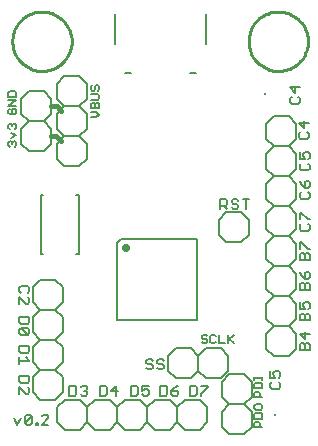
<source format=gto>
G75*
G70*
%OFA0B0*%
%FSLAX24Y24*%
%IPPOS*%
%LPD*%
%AMOC8*
5,1,8,0,0,1.08239X$1,22.5*
%
%ADD10C,0.0060*%
%ADD11C,0.0050*%
%ADD12C,0.0100*%
%ADD13C,0.0160*%
%ADD14C,0.0070*%
%ADD15C,0.0283*%
%ADD16R,0.0079X0.0079*%
D10*
X001041Y000787D02*
X000927Y001014D01*
X001154Y001014D02*
X001041Y000787D01*
X001295Y000844D02*
X001295Y001071D01*
X001352Y001127D01*
X001466Y001127D01*
X001522Y001071D01*
X001295Y000844D01*
X001352Y000787D01*
X001466Y000787D01*
X001522Y000844D01*
X001522Y001071D01*
X001664Y000844D02*
X001720Y000844D01*
X001720Y000787D01*
X001664Y000787D01*
X001664Y000844D01*
X001848Y000787D02*
X002075Y001014D01*
X002075Y001071D01*
X002018Y001127D01*
X001905Y001127D01*
X001848Y001071D01*
X001848Y000787D02*
X002075Y000787D01*
X002374Y000881D02*
X002624Y000631D01*
X003124Y000631D01*
X003374Y000881D01*
X003624Y000631D01*
X004124Y000631D01*
X004374Y000881D01*
X004374Y001381D01*
X004124Y001631D01*
X003624Y001631D01*
X003374Y001381D01*
X003374Y000881D01*
X003374Y001381D02*
X003124Y001631D01*
X002624Y001631D01*
X002374Y001381D01*
X002374Y000881D01*
X002309Y001631D02*
X001809Y001631D01*
X001559Y001881D01*
X001559Y002381D01*
X001809Y002631D01*
X001559Y002881D01*
X001559Y003381D01*
X001809Y003631D01*
X001559Y003881D01*
X001559Y004381D01*
X001809Y004631D01*
X001559Y004881D01*
X001559Y005381D01*
X001809Y005631D01*
X002309Y005631D01*
X002559Y005381D01*
X002559Y004881D01*
X002309Y004631D01*
X002559Y004381D01*
X002559Y003881D01*
X002309Y003631D01*
X001809Y003631D01*
X001445Y003850D02*
X001388Y003793D01*
X001161Y004020D01*
X001104Y003963D01*
X001104Y003850D01*
X001161Y003793D01*
X001388Y003793D01*
X001445Y003850D02*
X001445Y003963D01*
X001388Y004020D01*
X001161Y004020D01*
X001161Y004162D02*
X001104Y004218D01*
X001104Y004388D01*
X001445Y004388D01*
X001445Y004218D01*
X001388Y004162D01*
X001161Y004162D01*
X001104Y004817D02*
X001104Y005044D01*
X001331Y004817D01*
X001388Y004817D01*
X001445Y004874D01*
X001445Y004987D01*
X001388Y005044D01*
X001388Y005185D02*
X001445Y005242D01*
X001445Y005355D01*
X001388Y005412D01*
X001161Y005412D01*
X001104Y005355D01*
X001104Y005242D01*
X001161Y005185D01*
X001809Y004631D02*
X002309Y004631D01*
X002309Y003631D02*
X002559Y003381D01*
X002559Y002881D01*
X002309Y002631D01*
X002559Y002381D01*
X002559Y001881D01*
X002309Y001631D01*
X002778Y001752D02*
X002778Y002092D01*
X002948Y002092D01*
X003004Y002035D01*
X003004Y001808D01*
X002948Y001752D01*
X002778Y001752D01*
X003146Y001808D02*
X003203Y001752D01*
X003316Y001752D01*
X003373Y001808D01*
X003373Y001865D01*
X003316Y001922D01*
X003259Y001922D01*
X003316Y001922D02*
X003373Y001978D01*
X003373Y002035D01*
X003316Y002092D01*
X003203Y002092D01*
X003146Y002035D01*
X003801Y002092D02*
X003801Y001752D01*
X003971Y001752D01*
X004028Y001808D01*
X004028Y002035D01*
X003971Y002092D01*
X003801Y002092D01*
X004169Y001922D02*
X004396Y001922D01*
X004340Y002092D02*
X004169Y001922D01*
X004340Y001752D02*
X004340Y002092D01*
X004624Y001631D02*
X005124Y001631D01*
X005374Y001381D01*
X005624Y001631D01*
X006124Y001631D01*
X006374Y001381D01*
X006624Y001631D01*
X007124Y001631D01*
X007374Y001381D01*
X007374Y000881D01*
X007124Y000631D01*
X006624Y000631D01*
X006374Y000881D01*
X006124Y000631D01*
X005624Y000631D01*
X005374Y000881D01*
X005124Y000631D01*
X004624Y000631D01*
X004374Y000881D01*
X004374Y001381D02*
X004624Y001631D01*
X004825Y001752D02*
X004995Y001752D01*
X005052Y001808D01*
X005052Y002035D01*
X004995Y002092D01*
X004825Y002092D01*
X004825Y001752D01*
X005193Y001808D02*
X005250Y001752D01*
X005363Y001752D01*
X005420Y001808D01*
X005420Y001922D01*
X005363Y001978D01*
X005307Y001978D01*
X005193Y001922D01*
X005193Y002092D01*
X005420Y002092D01*
X005809Y002092D02*
X005809Y001752D01*
X005979Y001752D01*
X006036Y001808D01*
X006036Y002035D01*
X005979Y002092D01*
X005809Y002092D01*
X006177Y001922D02*
X006177Y001808D01*
X006234Y001752D01*
X006347Y001752D01*
X006404Y001808D01*
X006404Y001865D01*
X006347Y001922D01*
X006177Y001922D01*
X006291Y002035D01*
X006404Y002092D01*
X006328Y002344D02*
X006078Y002594D01*
X006078Y003094D01*
X006328Y003344D01*
X006828Y003344D01*
X007078Y003094D01*
X007328Y003344D01*
X007828Y003344D01*
X008078Y003094D01*
X008078Y002594D01*
X007828Y002344D01*
X007328Y002344D01*
X007078Y002594D01*
X006828Y002344D01*
X006328Y002344D01*
X005932Y002694D02*
X005932Y002751D01*
X005875Y002808D01*
X005762Y002808D01*
X005705Y002864D01*
X005705Y002921D01*
X005762Y002978D01*
X005875Y002978D01*
X005932Y002921D01*
X005932Y002694D02*
X005875Y002637D01*
X005762Y002637D01*
X005705Y002694D01*
X005563Y002694D02*
X005563Y002751D01*
X005507Y002808D01*
X005393Y002808D01*
X005337Y002864D01*
X005337Y002921D01*
X005393Y002978D01*
X005507Y002978D01*
X005563Y002921D01*
X005563Y002694D02*
X005507Y002637D01*
X005393Y002637D01*
X005337Y002694D01*
X005374Y001381D02*
X005374Y000881D01*
X006374Y000881D02*
X006374Y001381D01*
X006793Y001752D02*
X006963Y001752D01*
X007020Y001808D01*
X007020Y002035D01*
X006963Y002092D01*
X006793Y002092D01*
X006793Y001752D01*
X007162Y001752D02*
X007162Y001808D01*
X007388Y002035D01*
X007388Y002092D01*
X007162Y002092D01*
X007078Y002594D02*
X007078Y003094D01*
X007858Y002216D02*
X008108Y002466D01*
X008608Y002466D01*
X008858Y002216D01*
X008858Y001716D01*
X008608Y001466D01*
X008858Y001216D01*
X008858Y000716D01*
X008608Y000466D01*
X008108Y000466D01*
X007858Y000716D01*
X007858Y001216D01*
X008108Y001466D01*
X007858Y001716D01*
X007858Y002216D01*
X008108Y001466D02*
X008608Y001466D01*
X009464Y002044D02*
X009521Y001988D01*
X009747Y001988D01*
X009804Y002044D01*
X009804Y002158D01*
X009747Y002215D01*
X009747Y002356D02*
X009804Y002413D01*
X009804Y002526D01*
X009747Y002583D01*
X009634Y002583D01*
X009577Y002526D01*
X009577Y002470D01*
X009634Y002356D01*
X009464Y002356D01*
X009464Y002583D01*
X009521Y002215D02*
X009464Y002158D01*
X009464Y002044D01*
X009584Y003076D02*
X009334Y003326D01*
X009334Y003826D01*
X009584Y004076D01*
X009334Y004326D01*
X009334Y004826D01*
X009584Y005076D01*
X010084Y005076D01*
X010334Y004826D01*
X010334Y004326D01*
X010084Y004076D01*
X010334Y003826D01*
X010334Y003326D01*
X010084Y003076D01*
X009584Y003076D01*
X010448Y003287D02*
X010448Y003457D01*
X010505Y003514D01*
X010562Y003514D01*
X010618Y003457D01*
X010618Y003287D01*
X010788Y003287D02*
X010448Y003287D01*
X010618Y003457D02*
X010675Y003514D01*
X010732Y003514D01*
X010788Y003457D01*
X010788Y003287D01*
X010618Y003655D02*
X010618Y003882D01*
X010448Y003825D02*
X010618Y003655D01*
X010788Y003825D02*
X010448Y003825D01*
X010084Y004076D02*
X009584Y004076D01*
X010448Y004271D02*
X010448Y004441D01*
X010505Y004498D01*
X010562Y004498D01*
X010618Y004441D01*
X010618Y004271D01*
X010788Y004271D02*
X010448Y004271D01*
X010618Y004441D02*
X010675Y004498D01*
X010732Y004498D01*
X010788Y004441D01*
X010788Y004271D01*
X010732Y004640D02*
X010788Y004696D01*
X010788Y004810D01*
X010732Y004866D01*
X010618Y004866D01*
X010562Y004810D01*
X010562Y004753D01*
X010618Y004640D01*
X010448Y004640D01*
X010448Y004866D01*
X010084Y005076D02*
X010334Y005326D01*
X010334Y005826D01*
X010084Y006076D01*
X010334Y006326D01*
X010334Y006826D01*
X010084Y007076D01*
X010334Y007326D01*
X010334Y007826D01*
X010084Y008076D01*
X009584Y008076D01*
X009334Y007826D01*
X009334Y007326D01*
X009584Y007076D01*
X010084Y007076D01*
X010448Y006874D02*
X010448Y006647D01*
X010505Y006506D02*
X010562Y006506D01*
X010618Y006449D01*
X010618Y006279D01*
X010448Y006279D02*
X010448Y006449D01*
X010505Y006506D01*
X010618Y006449D02*
X010675Y006506D01*
X010732Y006506D01*
X010788Y006449D01*
X010788Y006279D01*
X010448Y006279D01*
X010732Y006647D02*
X010788Y006647D01*
X010732Y006647D02*
X010505Y006874D01*
X010448Y006874D01*
X010505Y007263D02*
X010732Y007263D01*
X010788Y007320D01*
X010788Y007434D01*
X010732Y007490D01*
X010732Y007632D02*
X010788Y007632D01*
X010732Y007632D02*
X010505Y007859D01*
X010448Y007859D01*
X010448Y007632D01*
X010505Y007490D02*
X010448Y007434D01*
X010448Y007320D01*
X010505Y007263D01*
X010084Y008076D02*
X010334Y008326D01*
X010334Y008826D01*
X010084Y009076D01*
X010334Y009326D01*
X010334Y009826D01*
X010084Y010076D01*
X010334Y010326D01*
X010334Y010826D01*
X010084Y011076D01*
X009584Y011076D01*
X009334Y010826D01*
X009334Y010326D01*
X009584Y010076D01*
X010084Y010076D01*
X010448Y009866D02*
X010448Y009640D01*
X010618Y009640D01*
X010562Y009753D01*
X010562Y009810D01*
X010618Y009866D01*
X010732Y009866D01*
X010788Y009810D01*
X010788Y009696D01*
X010732Y009640D01*
X010732Y009498D02*
X010788Y009441D01*
X010788Y009328D01*
X010732Y009271D01*
X010505Y009271D01*
X010448Y009328D01*
X010448Y009441D01*
X010505Y009498D01*
X010084Y009076D02*
X009584Y009076D01*
X009334Y009326D01*
X009334Y009826D01*
X009584Y010076D01*
X010421Y010370D02*
X010478Y010313D01*
X010704Y010313D01*
X010761Y010370D01*
X010761Y010483D01*
X010704Y010540D01*
X010591Y010682D02*
X010591Y010909D01*
X010761Y010852D02*
X010421Y010852D01*
X010591Y010682D01*
X010478Y010540D02*
X010421Y010483D01*
X010421Y010370D01*
X010409Y011494D02*
X010182Y011494D01*
X010126Y011551D01*
X010126Y011665D01*
X010182Y011721D01*
X010296Y011863D02*
X010296Y012090D01*
X010466Y012033D02*
X010126Y012033D01*
X010296Y011863D01*
X010409Y011721D02*
X010466Y011665D01*
X010466Y011551D01*
X010409Y011494D01*
X009584Y009076D02*
X009334Y008826D01*
X009334Y008326D01*
X009584Y008076D01*
X008775Y008318D02*
X008548Y008318D01*
X008661Y008318D02*
X008661Y007978D01*
X008509Y007871D02*
X008759Y007621D01*
X008759Y007121D01*
X008509Y006871D01*
X008009Y006871D01*
X007759Y007121D01*
X007759Y007621D01*
X008009Y007871D01*
X008509Y007871D01*
X008350Y007978D02*
X008406Y008035D01*
X008406Y008091D01*
X008350Y008148D01*
X008236Y008148D01*
X008179Y008205D01*
X008179Y008261D01*
X008236Y008318D01*
X008350Y008318D01*
X008406Y008261D01*
X008179Y008035D02*
X008236Y007978D01*
X008350Y007978D01*
X008038Y007978D02*
X007925Y008091D01*
X007981Y008091D02*
X007811Y008091D01*
X007811Y007978D02*
X007811Y008318D01*
X007981Y008318D01*
X008038Y008261D01*
X008038Y008148D01*
X007981Y008091D01*
X009334Y006826D02*
X009584Y007076D01*
X009334Y006826D02*
X009334Y006326D01*
X009584Y006076D01*
X010084Y006076D01*
X010448Y005890D02*
X010505Y005777D01*
X010618Y005663D01*
X010618Y005833D01*
X010675Y005890D01*
X010732Y005890D01*
X010788Y005833D01*
X010788Y005720D01*
X010732Y005663D01*
X010618Y005663D01*
X010562Y005522D02*
X010505Y005522D01*
X010448Y005465D01*
X010448Y005295D01*
X010788Y005295D01*
X010788Y005465D01*
X010732Y005522D01*
X010675Y005522D01*
X010618Y005465D01*
X010618Y005295D01*
X010618Y005465D02*
X010562Y005522D01*
X009584Y005076D02*
X009334Y005326D01*
X009334Y005826D01*
X009584Y006076D01*
X010505Y008326D02*
X010732Y008326D01*
X010788Y008383D01*
X010788Y008496D01*
X010732Y008553D01*
X010732Y008695D02*
X010618Y008695D01*
X010618Y008865D01*
X010675Y008922D01*
X010732Y008922D01*
X010788Y008865D01*
X010788Y008751D01*
X010732Y008695D01*
X010618Y008695D02*
X010505Y008808D01*
X010448Y008922D01*
X010505Y008553D02*
X010448Y008496D01*
X010448Y008383D01*
X010505Y008326D01*
X003346Y009664D02*
X003096Y009414D01*
X002596Y009414D01*
X002346Y009664D01*
X002346Y010164D01*
X002596Y010414D01*
X002346Y010664D01*
X002346Y011164D01*
X002596Y011414D01*
X002346Y011664D01*
X002346Y012164D01*
X002596Y012414D01*
X003096Y012414D01*
X003346Y012164D01*
X003346Y011664D01*
X003096Y011414D01*
X003346Y011164D01*
X003346Y010664D01*
X003096Y010414D01*
X003346Y010164D01*
X003346Y009664D01*
X003096Y010414D02*
X002596Y010414D01*
X002165Y010164D02*
X001915Y009914D01*
X001415Y009914D01*
X001165Y010164D01*
X001165Y010664D01*
X001415Y010914D01*
X001165Y011164D01*
X001165Y011664D01*
X001415Y011914D01*
X001915Y011914D01*
X002165Y011664D01*
X002165Y011164D01*
X001915Y010914D01*
X002165Y010664D01*
X002165Y010164D01*
X001915Y010914D02*
X001415Y010914D01*
X002596Y011414D02*
X003096Y011414D01*
X001445Y003404D02*
X001104Y003404D01*
X001104Y003234D01*
X001161Y003177D01*
X001388Y003177D01*
X001445Y003234D01*
X001445Y003404D01*
X001331Y003036D02*
X001445Y002922D01*
X001104Y002922D01*
X001104Y002809D02*
X001104Y003036D01*
X001104Y002420D02*
X001104Y002250D01*
X001161Y002193D01*
X001388Y002193D01*
X001445Y002250D01*
X001445Y002420D01*
X001104Y002420D01*
X001104Y002052D02*
X001331Y001825D01*
X001388Y001825D01*
X001445Y001881D01*
X001445Y001995D01*
X001388Y002052D01*
X001104Y002052D02*
X001104Y001825D01*
X001809Y002631D02*
X002309Y002631D01*
D11*
X001901Y006485D02*
X001822Y006485D01*
X001822Y008454D01*
X001901Y008454D01*
X003003Y008454D02*
X003082Y008454D01*
X003082Y006485D01*
X003003Y006485D01*
X000965Y010054D02*
X001010Y010099D01*
X001010Y010189D01*
X000965Y010234D01*
X000920Y010234D01*
X000875Y010189D01*
X000875Y010144D01*
X000875Y010189D02*
X000830Y010234D01*
X000785Y010234D01*
X000740Y010189D01*
X000740Y010099D01*
X000785Y010054D01*
X000830Y010348D02*
X001010Y010438D01*
X000830Y010528D01*
X000785Y010643D02*
X000740Y010688D01*
X000740Y010778D01*
X000785Y010823D01*
X000830Y010823D01*
X000875Y010778D01*
X000920Y010823D01*
X000965Y010823D01*
X001010Y010778D01*
X001010Y010688D01*
X000965Y010643D01*
X000875Y010733D02*
X000875Y010778D01*
X000785Y011136D02*
X000965Y011136D01*
X001010Y011181D01*
X001010Y011271D01*
X000965Y011316D01*
X000875Y011316D01*
X000875Y011226D01*
X000785Y011136D02*
X000740Y011181D01*
X000740Y011271D01*
X000785Y011316D01*
X000740Y011431D02*
X001010Y011611D01*
X000740Y011611D01*
X000740Y011726D02*
X000740Y011861D01*
X000785Y011906D01*
X000965Y011906D01*
X001010Y011861D01*
X001010Y011726D01*
X000740Y011726D01*
X000740Y011431D02*
X001010Y011431D01*
X003496Y011468D02*
X003496Y011333D01*
X003766Y011333D01*
X003766Y011468D01*
X003721Y011513D01*
X003676Y011513D01*
X003631Y011468D01*
X003631Y011333D01*
X003676Y011218D02*
X003766Y011128D01*
X003676Y011038D01*
X003496Y011038D01*
X003496Y011218D02*
X003676Y011218D01*
X003631Y011468D02*
X003586Y011513D01*
X003541Y011513D01*
X003496Y011468D01*
X003496Y011627D02*
X003721Y011627D01*
X003766Y011672D01*
X003766Y011762D01*
X003721Y011807D01*
X003496Y011807D01*
X003541Y011922D02*
X003496Y011967D01*
X003496Y012057D01*
X003541Y012102D01*
X003631Y012057D02*
X003676Y012102D01*
X003721Y012102D01*
X003766Y012057D01*
X003766Y011967D01*
X003721Y011922D01*
X003631Y011967D02*
X003631Y012057D01*
X003631Y011967D02*
X003586Y011922D01*
X003541Y011922D01*
X004618Y012513D02*
X004814Y012513D01*
X004283Y013497D02*
X004283Y014481D01*
X006783Y012513D02*
X006980Y012513D01*
X007314Y013497D02*
X007314Y014481D01*
X007317Y003788D02*
X007227Y003788D01*
X007182Y003743D01*
X007182Y003698D01*
X007227Y003653D01*
X007317Y003653D01*
X007362Y003608D01*
X007362Y003563D01*
X007317Y003518D01*
X007227Y003518D01*
X007182Y003563D01*
X007362Y003743D02*
X007317Y003788D01*
X007477Y003743D02*
X007477Y003563D01*
X007522Y003518D01*
X007612Y003518D01*
X007657Y003563D01*
X007771Y003518D02*
X007951Y003518D01*
X008066Y003518D02*
X008066Y003788D01*
X008111Y003653D02*
X008246Y003518D01*
X008066Y003608D02*
X008246Y003788D01*
X007771Y003788D02*
X007771Y003518D01*
X007657Y003743D02*
X007612Y003788D01*
X007522Y003788D01*
X007477Y003743D01*
X008934Y002387D02*
X008934Y002296D01*
X008934Y002341D02*
X009204Y002341D01*
X009204Y002296D02*
X009204Y002387D01*
X009159Y002182D02*
X008979Y002182D01*
X008934Y002137D01*
X008934Y002002D01*
X009204Y002002D01*
X009204Y002137D01*
X009159Y002182D01*
X009069Y001887D02*
X008979Y001887D01*
X008934Y001842D01*
X008934Y001707D01*
X009204Y001707D01*
X009114Y001707D02*
X009114Y001842D01*
X009069Y001887D01*
X009159Y001473D02*
X008979Y001473D01*
X008934Y001428D01*
X008934Y001338D01*
X008979Y001293D01*
X009159Y001293D01*
X009204Y001338D01*
X009204Y001428D01*
X009159Y001473D01*
X009159Y001178D02*
X008979Y001178D01*
X008934Y001133D01*
X008934Y000998D01*
X009204Y000998D01*
X009204Y001133D01*
X009159Y001178D01*
X009069Y000883D02*
X008979Y000883D01*
X008934Y000838D01*
X008934Y000703D01*
X009204Y000703D01*
X009114Y000703D02*
X009114Y000838D01*
X009069Y000883D01*
D12*
X008747Y013572D02*
X008749Y013635D01*
X008755Y013697D01*
X008765Y013759D01*
X008779Y013820D01*
X008796Y013881D01*
X008818Y013940D01*
X008843Y013997D01*
X008872Y014053D01*
X008904Y014107D01*
X008940Y014158D01*
X008978Y014208D01*
X009020Y014254D01*
X009065Y014299D01*
X009112Y014340D01*
X009162Y014378D01*
X009215Y014412D01*
X009269Y014444D01*
X009325Y014472D01*
X009383Y014496D01*
X009442Y014516D01*
X009503Y014533D01*
X009564Y014546D01*
X009626Y014555D01*
X009689Y014560D01*
X009752Y014561D01*
X009814Y014558D01*
X009877Y014551D01*
X009939Y014540D01*
X010000Y014525D01*
X010059Y014507D01*
X010118Y014484D01*
X010175Y014458D01*
X010231Y014428D01*
X010284Y014395D01*
X010335Y014359D01*
X010384Y014319D01*
X010430Y014277D01*
X010473Y014231D01*
X010513Y014183D01*
X010551Y014133D01*
X010585Y014080D01*
X010615Y014025D01*
X010642Y013969D01*
X010665Y013910D01*
X010685Y013851D01*
X010701Y013790D01*
X010713Y013728D01*
X010721Y013666D01*
X010725Y013603D01*
X010725Y013541D01*
X010721Y013478D01*
X010713Y013416D01*
X010701Y013354D01*
X010685Y013293D01*
X010665Y013234D01*
X010642Y013175D01*
X010615Y013119D01*
X010585Y013064D01*
X010551Y013011D01*
X010513Y012961D01*
X010473Y012913D01*
X010430Y012867D01*
X010384Y012825D01*
X010335Y012785D01*
X010284Y012749D01*
X010230Y012716D01*
X010175Y012686D01*
X010118Y012660D01*
X010059Y012637D01*
X010000Y012619D01*
X009939Y012604D01*
X009877Y012593D01*
X009814Y012586D01*
X009752Y012583D01*
X009689Y012584D01*
X009626Y012589D01*
X009564Y012598D01*
X009503Y012611D01*
X009442Y012628D01*
X009383Y012648D01*
X009325Y012672D01*
X009269Y012700D01*
X009215Y012732D01*
X009162Y012766D01*
X009112Y012804D01*
X009065Y012845D01*
X009020Y012890D01*
X008978Y012936D01*
X008940Y012986D01*
X008904Y013037D01*
X008872Y013091D01*
X008843Y013147D01*
X008818Y013204D01*
X008796Y013263D01*
X008779Y013324D01*
X008765Y013385D01*
X008755Y013447D01*
X008749Y013509D01*
X008747Y013572D01*
X000873Y013572D02*
X000875Y013635D01*
X000881Y013697D01*
X000891Y013759D01*
X000905Y013820D01*
X000922Y013881D01*
X000944Y013940D01*
X000969Y013997D01*
X000998Y014053D01*
X001030Y014107D01*
X001066Y014158D01*
X001104Y014208D01*
X001146Y014254D01*
X001191Y014299D01*
X001238Y014340D01*
X001288Y014378D01*
X001341Y014412D01*
X001395Y014444D01*
X001451Y014472D01*
X001509Y014496D01*
X001568Y014516D01*
X001629Y014533D01*
X001690Y014546D01*
X001752Y014555D01*
X001815Y014560D01*
X001878Y014561D01*
X001940Y014558D01*
X002003Y014551D01*
X002065Y014540D01*
X002126Y014525D01*
X002185Y014507D01*
X002244Y014484D01*
X002301Y014458D01*
X002357Y014428D01*
X002410Y014395D01*
X002461Y014359D01*
X002510Y014319D01*
X002556Y014277D01*
X002599Y014231D01*
X002639Y014183D01*
X002677Y014133D01*
X002711Y014080D01*
X002741Y014025D01*
X002768Y013969D01*
X002791Y013910D01*
X002811Y013851D01*
X002827Y013790D01*
X002839Y013728D01*
X002847Y013666D01*
X002851Y013603D01*
X002851Y013541D01*
X002847Y013478D01*
X002839Y013416D01*
X002827Y013354D01*
X002811Y013293D01*
X002791Y013234D01*
X002768Y013175D01*
X002741Y013119D01*
X002711Y013064D01*
X002677Y013011D01*
X002639Y012961D01*
X002599Y012913D01*
X002556Y012867D01*
X002510Y012825D01*
X002461Y012785D01*
X002410Y012749D01*
X002356Y012716D01*
X002301Y012686D01*
X002244Y012660D01*
X002185Y012637D01*
X002126Y012619D01*
X002065Y012604D01*
X002003Y012593D01*
X001940Y012586D01*
X001878Y012583D01*
X001815Y012584D01*
X001752Y012589D01*
X001690Y012598D01*
X001629Y012611D01*
X001568Y012628D01*
X001509Y012648D01*
X001451Y012672D01*
X001395Y012700D01*
X001341Y012732D01*
X001288Y012766D01*
X001238Y012804D01*
X001191Y012845D01*
X001146Y012890D01*
X001104Y012936D01*
X001066Y012986D01*
X001030Y013037D01*
X000998Y013091D01*
X000969Y013147D01*
X000944Y013204D01*
X000922Y013263D01*
X000905Y013324D01*
X000891Y013385D01*
X000881Y013447D01*
X000875Y013509D01*
X000873Y013572D01*
D13*
X002157Y011407D02*
X002354Y011407D01*
X002501Y011259D01*
X002329Y010422D02*
X002157Y010422D01*
X002329Y010422D02*
X002501Y010250D01*
D14*
X004488Y006972D02*
X004348Y006832D01*
X004348Y004290D01*
X007029Y004290D01*
X007029Y006972D01*
X004488Y006972D01*
D15*
X004648Y006672D03*
D16*
X009283Y011800D03*
X009637Y001111D03*
M02*

</source>
